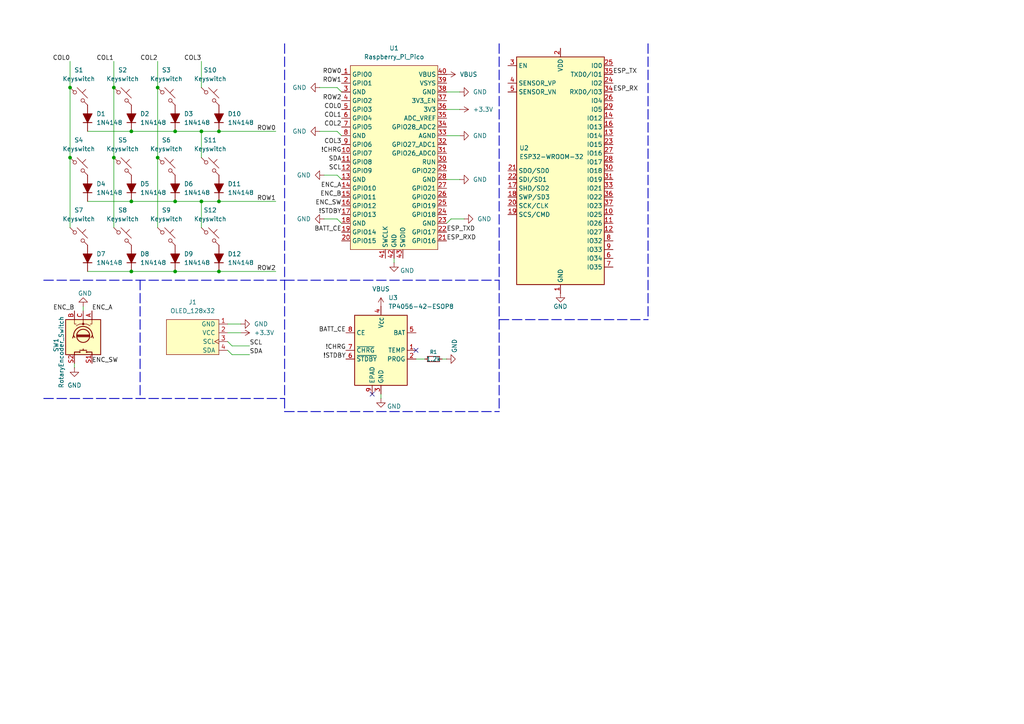
<source format=kicad_sch>
(kicad_sch (version 20250114) (generator "eeschema") (generator_version "9.0")
  (paper "A4")
  (lib_symbols
    (symbol "Battery_Management:TP4056-42-ESOP8"
      (property "Reference" "U" (at -6.604 11.684 0))
      (property "Value" "TP4056-42-ESOP8" (at 10.16 11.684 0))
      (symbol "TP4056-42-ESOP8_1_0"
        (pin input line (at -10.16 5.08 0) (length 2.54) (name "CE") (number "8"))
        (pin open_collector line (at -10.16 0 0) (length 2.54) (name "~{CHRG}") (number "7"))
        (pin open_collector line (at -10.16 -2.54 0) (length 2.54) (name "~{STDBY}") (number "6"))
        (pin passive line (at -2.54 -12.7 90) (length 2.54) (name "EPAD") (number "9"))
        (pin power_in line (at 0 12.7 270) (length 2.54) (name "V_{CC}") (number "4"))
        (pin power_in line (at 0 -12.7 90) (length 2.54) (name "GND") (number "3"))
        (pin power_out line (at 10.16 5.08 180) (length 2.54) (name "BAT") (number "5"))
        (pin input line (at 10.16 0 180) (length 2.54) (name "TEMP") (number "1"))
        (pin passive line (at 10.16 -2.54 180) (length 2.54) (name "PROG") (number "2"))
      )
      (symbol "TP4056-42-ESOP8_1_1"
        (rectangle (start -7.62 10.16) (end 7.62 -10.16) (stroke (width 0.254)) (fill (type background)))
      )
    )
    (symbol "Device:R_Small" (pin_numbers (hide yes)) (pin_names (offset 0.254) (hide yes))
      (property "Reference" "R" (at 0 0 90))
      (property "Value" "R_Small" (at 1.778 0 90))
      (symbol "R_Small_0_1"
        (rectangle (start -0.762 1.778) (end 0.762 -1.778) (stroke (width 0.2032)))
      )
      (symbol "R_Small_1_1"
        (pin passive line (at 0 2.54 270) (length 0.762) (name "~") (number "1"))
        (pin passive line (at 0 -2.54 90) (length 0.762) (name "~") (number "2"))
      )
    )
    (symbol "Device:RotaryEncoder_Switch" (pin_names (offset 0.254) (hide yes))
      (property "Reference" "SW" (at 0 6.604 0))
      (property "Value" "RotaryEncoder_Switch" (at 0 -6.604 0))
      (symbol "RotaryEncoder_Switch_0_1"
        (rectangle (start -5.08 5.08) (end 5.08 -5.08) (stroke (width 0.254)) (fill (type background)))
        (polyline (pts (xy -5.08 2.54) (xy -3.81 2.54) (xy -3.81 2.032)))
        (polyline (pts (xy -5.08 0) (xy -3.81 0) (xy -3.81 -1.016) (xy -3.302 -2.032)))
        (polyline (pts (xy -5.08 -2.54) (xy -3.81 -2.54) (xy -3.81 -2.032)))
        (polyline (pts (xy -4.318 0) (xy -3.81 0) (xy -3.81 1.016) (xy -3.302 2.032)))
        (circle (center -3.81 0) (radius 0.254) (fill (type outline)))
        (polyline (pts (xy -0.635 -1.778) (xy -0.635 1.778)) (stroke (width 0.254)))
        (circle (center -0.381 0) (radius 1.905) (stroke (width 0.254)))
        (polyline (pts (xy -0.381 -1.778) (xy -0.381 1.778)) (stroke (width 0.254)))
        (arc (start -0.381 -2.794) (mid -3.0988 -0.0635) (end -0.381 2.667) (stroke (width 0.254)))
        (polyline (pts (xy -0.127 1.778) (xy -0.127 -1.778)) (stroke (width 0.254)))
        (polyline (pts (xy 0.254 2.921) (xy -0.508 2.667) (xy 0.127 2.286)) (stroke (width 0.254)))
        (polyline (pts (xy 0.254 -3.048) (xy -0.508 -2.794) (xy 0.127 -2.413)) (stroke (width 0.254)))
        (polyline (pts (xy 3.81 1.016) (xy 3.81 -1.016)) (stroke (width 0.254)))
        (polyline (pts (xy 3.81 0) (xy 3.429 0)) (stroke (width 0.254)))
        (circle (center 4.318 1.016) (radius 0.127) (stroke (width 0.254)))
        (circle (center 4.318 -1.016) (radius 0.127) (stroke (width 0.254)))
        (polyline (pts (xy 5.08 2.54) (xy 4.318 2.54) (xy 4.318 1.016)) (stroke (width 0.254)))
        (polyline (pts (xy 5.08 -2.54) (xy 4.318 -2.54) (xy 4.318 -1.016)) (stroke (width 0.254)))
      )
      (symbol "RotaryEncoder_Switch_1_1"
        (pin passive line (at -7.62 2.54 0) (length 2.54) (name "A") (number "A"))
        (pin passive line (at -7.62 0 0) (length 2.54) (name "C") (number "C"))
        (pin passive line (at -7.62 -2.54 0) (length 2.54) (name "B") (number "B"))
        (pin passive line (at 7.62 2.54 180) (length 2.54) (name "S1") (number "S1"))
        (pin passive line (at 7.62 -2.54 180) (length 2.54) (name "S2") (number "S2"))
      )
    )
    (symbol "PCM_Diode_AKL:1N4148" (pin_numbers (hide yes)) (pin_names (offset 1.016) (hide yes))
      (property "Reference" "D" (at 0 5.08 0))
      (property "Value" "1N4148" (at 0 2.54 0))
      (symbol "1N4148_0_1"
        (polyline (pts (xy -1.27 1.27) (xy -1.27 -1.27) (xy 1.27 0) (xy -1.27 1.27)) (stroke (width 0.254)) (fill (type outline)))
        (polyline (pts (xy -1.27 0) (xy 1.27 0)))
        (polyline (pts (xy 1.27 1.27) (xy 1.27 -1.27)) (stroke (width 0.254)))
      )
      (symbol "1N4148_0_2"
        (polyline (pts (xy -2.54 -2.54) (xy 2.54 2.54)))
        (polyline (pts (xy -0.889 -0.889) (xy -1.778 0) (xy 0.889 0.889) (xy 0 -1.778) (xy -0.889 -0.889)) (stroke (width 0.254)) (fill (type outline)))
        (polyline (pts (xy 0 1.778) (xy 1.778 0)) (stroke (width 0.254)))
      )
      (symbol "1N4148_1_1"
        (pin passive line (at -3.81 0 0) (length 2.54) (name "A") (number "2"))
        (pin passive line (at 3.81 0 180) (length 2.54) (name "K") (number "1"))
      )
      (symbol "1N4148_1_2"
        (pin passive line (at -2.54 -2.54 0) (length 0) (name "A") (number "2"))
        (pin passive line (at 2.54 2.54 180) (length 0) (name "K") (number "1"))
      )
    )
    (symbol "RF_Module:ESP32-WROOM-32"
      (property "Reference" "U" (at -12.7 34.29 0))
      (property "Value" "ESP32-WROOM-32" (at 1.27 34.29 0))
      (symbol "ESP32-WROOM-32_0_1"
        (rectangle (start -12.7 33.02) (end 12.7 -33.02) (stroke (width 0.254)) (fill (type background)))
      )
      (symbol "ESP32-WROOM-32_1_1"
        (pin input line (at -15.24 30.48 0) (length 2.54) (name "EN") (number "3"))
        (pin input line (at -15.24 25.4 0) (length 2.54) (name "SENSOR_VP") (number "4"))
        (pin input line (at -15.24 22.86 0) (length 2.54) (name "SENSOR_VN") (number "5"))
        (pin bidirectional line (at -15.24 0 0) (length 2.54) (name "SDO/SD0") (number "21"))
        (pin bidirectional line (at -15.24 -2.54 0) (length 2.54) (name "SDI/SD1") (number "22"))
        (pin bidirectional line (at -15.24 -5.08 0) (length 2.54) (name "SHD/SD2") (number "17"))
        (pin bidirectional line (at -15.24 -7.62 0) (length 2.54) (name "SWP/SD3") (number "18"))
        (pin bidirectional line (at -15.24 -10.16 0) (length 2.54) (name "SCK/CLK") (number "20"))
        (pin bidirectional line (at -15.24 -12.7 0) (length 2.54) (name "SCS/CMD") (number "19"))
        (pin no_connect line (at -12.7 -27.94 0) (length 2.54) (hide yes) (name "NC") (number "32"))
        (pin power_in line (at 0 35.56 270) (length 2.54) (name "VDD") (number "2"))
        (pin power_in line (at 0 -35.56 90) (length 2.54) (name "GND") (number "1"))
        (pin passive line (at 0 -35.56 90) (length 2.54) (hide yes) (name "GND") (number "15"))
        (pin passive line (at 0 -35.56 90) (length 2.54) (hide yes) (name "GND") (number "38"))
        (pin passive line (at 0 -35.56 90) (length 2.54) (hide yes) (name "GND") (number "39"))
        (pin bidirectional line (at 15.24 30.48 180) (length 2.54) (name "IO0") (number "25"))
        (pin bidirectional line (at 15.24 27.94 180) (length 2.54) (name "TXD0/IO1") (number "35"))
        (pin bidirectional line (at 15.24 25.4 180) (length 2.54) (name "IO2") (number "24"))
        (pin bidirectional line (at 15.24 22.86 180) (length 2.54) (name "RXD0/IO3") (number "34"))
        (pin bidirectional line (at 15.24 20.32 180) (length 2.54) (name "IO4") (number "26"))
        (pin bidirectional line (at 15.24 17.78 180) (length 2.54) (name "IO5") (number "29"))
        (pin bidirectional line (at 15.24 15.24 180) (length 2.54) (name "IO12") (number "14"))
        (pin bidirectional line (at 15.24 12.7 180) (length 2.54) (name "IO13") (number "16"))
        (pin bidirectional line (at 15.24 10.16 180) (length 2.54) (name "IO14") (number "13"))
        (pin bidirectional line (at 15.24 7.62 180) (length 2.54) (name "IO15") (number "23"))
        (pin bidirectional line (at 15.24 5.08 180) (length 2.54) (name "IO16") (number "27"))
        (pin bidirectional line (at 15.24 2.54 180) (length 2.54) (name "IO17") (number "28"))
        (pin bidirectional line (at 15.24 0 180) (length 2.54) (name "IO18") (number "30"))
        (pin bidirectional line (at 15.24 -2.54 180) (length 2.54) (name "IO19") (number "31"))
        (pin bidirectional line (at 15.24 -5.08 180) (length 2.54) (name "IO21") (number "33"))
        (pin bidirectional line (at 15.24 -7.62 180) (length 2.54) (name "IO22") (number "36"))
        (pin bidirectional line (at 15.24 -10.16 180) (length 2.54) (name "IO23") (number "37"))
        (pin bidirectional line (at 15.24 -12.7 180) (length 2.54) (name "IO25") (number "10"))
        (pin bidirectional line (at 15.24 -15.24 180) (length 2.54) (name "IO26") (number "11"))
        (pin bidirectional line (at 15.24 -17.78 180) (length 2.54) (name "IO27") (number "12"))
        (pin bidirectional line (at 15.24 -20.32 180) (length 2.54) (name "IO32") (number "8"))
        (pin bidirectional line (at 15.24 -22.86 180) (length 2.54) (name "IO33") (number "9"))
        (pin input line (at 15.24 -25.4 180) (length 2.54) (name "IO34") (number "6"))
        (pin input line (at 15.24 -27.94 180) (length 2.54) (name "IO35") (number "7"))
      )
    )
    (symbol "ScottoKeebs:MCU_Raspberry_Pi_Pico"
      (property "Reference" "U" (at 0 0 0))
      (property "Value" "Raspberry_Pi_Pico" (at 0 27.94 0))
      (symbol "MCU_Raspberry_Pi_Pico_0_1"
        (rectangle (start -12.7 26.67) (end 12.7 -26.67) (fill (type background)))
      )
      (symbol "MCU_Raspberry_Pi_Pico_1_1"
        (pin bidirectional line (at -15.24 24.13 0) (length 2.54) (name "GPIO0") (number "1"))
        (pin bidirectional line (at -15.24 21.59 0) (length 2.54) (name "GPIO1") (number "2"))
        (pin power_in line (at -15.24 19.05 0) (length 2.54) (name "GND") (number "3"))
        (pin bidirectional line (at -15.24 16.51 0) (length 2.54) (name "GPIO2") (number "4"))
        (pin bidirectional line (at -15.24 13.97 0) (length 2.54) (name "GPIO3") (number "5"))
        (pin bidirectional line (at -15.24 11.43 0) (length 2.54) (name "GPIO4") (number "6"))
        (pin bidirectional line (at -15.24 8.89 0) (length 2.54) (name "GPIO5") (number "7"))
        (pin power_in line (at -15.24 6.35 0) (length 2.54) (name "GND") (number "8"))
        (pin bidirectional line (at -15.24 3.81 0) (length 2.54) (name "GPIO6") (number "9"))
        (pin bidirectional line (at -15.24 1.27 0) (length 2.54) (name "GPIO7") (number "10"))
        (pin bidirectional line (at -15.24 -1.27 0) (length 2.54) (name "GPIO8") (number "11"))
        (pin bidirectional line (at -15.24 -3.81 0) (length 2.54) (name "GPIO9") (number "12"))
        (pin power_in line (at -15.24 -6.35 0) (length 2.54) (name "GND") (number "13"))
        (pin bidirectional line (at -15.24 -8.89 0) (length 2.54) (name "GPIO10") (number "14"))
        (pin bidirectional line (at -15.24 -11.43 0) (length 2.54) (name "GPIO11") (number "15"))
        (pin bidirectional line (at -15.24 -13.97 0) (length 2.54) (name "GPIO12") (number "16"))
        (pin bidirectional line (at -15.24 -16.51 0) (length 2.54) (name "GPIO13") (number "17"))
        (pin power_in line (at -15.24 -19.05 0) (length 2.54) (name "GND") (number "18"))
        (pin bidirectional line (at -15.24 -21.59 0) (length 2.54) (name "GPIO14") (number "19"))
        (pin bidirectional line (at -15.24 -24.13 0) (length 2.54) (name "GPIO15") (number "20"))
        (pin input line (at -2.54 -29.21 90) (length 2.54) (name "SWCLK") (number "41"))
        (pin power_in line (at 0 -29.21 90) (length 2.54) (name "GND") (number "42"))
        (pin bidirectional line (at 2.54 -29.21 90) (length 2.54) (name "SWDIO") (number "43"))
        (pin power_in line (at 15.24 24.13 180) (length 2.54) (name "VBUS") (number "40"))
        (pin power_in line (at 15.24 21.59 180) (length 2.54) (name "VSYS") (number "39"))
        (pin bidirectional line (at 15.24 19.05 180) (length 2.54) (name "GND") (number "38"))
        (pin input line (at 15.24 16.51 180) (length 2.54) (name "3V3_EN") (number "37"))
        (pin power_in line (at 15.24 13.97 180) (length 2.54) (name "3V3") (number "36"))
        (pin power_in line (at 15.24 11.43 180) (length 2.54) (name "ADC_VREF") (number "35"))
        (pin bidirectional line (at 15.24 8.89 180) (length 2.54) (name "GPIO28_ADC2") (number "34"))
        (pin power_in line (at 15.24 6.35 180) (length 2.54) (name "AGND") (number "33"))
        (pin bidirectional line (at 15.24 3.81 180) (length 2.54) (name "GPIO27_ADC1") (number "32"))
        (pin bidirectional line (at 15.24 1.27 180) (length 2.54) (name "GPIO26_ADC0") (number "31"))
        (pin input line (at 15.24 -1.27 180) (length 2.54) (name "RUN") (number "30"))
        (pin bidirectional line (at 15.24 -3.81 180) (length 2.54) (name "GPIO22") (number "29"))
        (pin power_in line (at 15.24 -6.35 180) (length 2.54) (name "GND") (number "28"))
        (pin bidirectional line (at 15.24 -8.89 180) (length 2.54) (name "GPIO21") (number "27"))
        (pin bidirectional line (at 15.24 -11.43 180) (length 2.54) (name "GPIO20") (number "26"))
        (pin bidirectional line (at 15.24 -13.97 180) (length 2.54) (name "GPIO19") (number "25"))
        (pin bidirectional line (at 15.24 -16.51 180) (length 2.54) (name "GPIO18") (number "24"))
        (pin power_in line (at 15.24 -19.05 180) (length 2.54) (name "GND") (number "23"))
        (pin bidirectional line (at 15.24 -21.59 180) (length 2.54) (name "GPIO17") (number "22"))
        (pin bidirectional line (at 15.24 -24.13 180) (length 2.54) (name "GPIO16") (number "21"))
      )
    )
    (symbol "ScottoKeebs:OLED_128x32" (pin_names (offset 1.016))
      (property "Reference" "J" (at 0 -6.35 0))
      (property "Value" "OLED_128x32" (at 0 6.35 0))
      (symbol "OLED_128x32_0_1"
        (rectangle (start 0 5.08) (end 15.24 -5.08) (fill (type background)))
      )
      (symbol "OLED_128x32_1_1"
        (pin bidirectional line (at -2.54 3.81 0) (length 2.54) (name "SDA") (number "4"))
        (pin input clock (at -2.54 1.27 0) (length 2.54) (name "SCL") (number "3"))
        (pin power_in line (at -2.54 -1.27 0) (length 2.54) (name "VCC") (number "2"))
        (pin power_in line (at -2.54 -3.81 0) (length 2.54) (name "GND") (number "1"))
      )
    )
    (symbol "ScottoKeebs:Placeholder_Keyswitch" (pin_numbers (hide yes)) (pin_names (offset 1.016) (hide yes))
      (property "Reference" "S" (at 3.048 1.016 0))
      (property "Value" "Keyswitch" (at 0 -3.81 0))
      (symbol "Placeholder_Keyswitch_0_1"
        (polyline (pts (xy -2.54 2.54) (xy -1.524 1.524) (xy -1.524 1.524)))
        (circle (center -1.1684 1.1684) (radius 0.508))
        (polyline (pts (xy -0.508 2.54) (xy 2.54 -0.508)))
        (polyline (pts (xy 1.016 1.016) (xy 2.032 2.032)))
        (circle (center 1.143 -1.1938) (radius 0.508))
        (polyline (pts (xy 1.524 -1.524) (xy 2.54 -2.54) (xy 2.54 -2.54) (xy 2.54 -2.54)))
        (pin passive line (at -2.54 2.54 0) (length 0) (name "1") (number "1"))
        (pin passive line (at 2.54 -2.54 180) (length 0) (name "2") (number "2"))
      )
    )
    (symbol "power:+3.3V" (power) (pin_numbers (hide yes)) (pin_names (offset 0) (hide yes))
      (property "Value" "+3.3V" (at 0 3.556 0))
      (symbol "+3.3V_0_1"
        (polyline (pts (xy -0.762 1.27) (xy 0 2.54)))
        (polyline (pts (xy 0 2.54) (xy 0.762 1.27)))
        (polyline (pts (xy 0 0) (xy 0 2.54)))
      )
      (symbol "+3.3V_1_1"
        (pin power_in line (at 0 0 90) (length 0) (name "~") (number "1"))
      )
    )
    (symbol "power:GND" (power) (pin_numbers (hide yes)) (pin_names (offset 0) (hide yes))
      (property "Value" "GND" (at 0 -3.81 0))
      (symbol "GND_0_1"
        (polyline (pts (xy 0 0) (xy 0 -1.27) (xy 1.27 -1.27) (xy 0 -2.54) (xy -1.27 -1.27) (xy 0 -1.27)))
      )
      (symbol "GND_1_1"
        (pin power_in line (at 0 0 270) (length 0) (name "~") (number "1"))
      )
    )
    (symbol "power:VBUS" (power) (pin_numbers (hide yes)) (pin_names (offset 0) (hide yes))
      (property "Value" "VBUS" (at 0 3.556 0))
      (symbol "VBUS_0_1"
        (polyline (pts (xy -0.762 1.27) (xy 0 2.54)))
        (polyline (pts (xy 0 2.54) (xy 0.762 1.27)))
        (polyline (pts (xy 0 0) (xy 0 2.54)))
      )
      (symbol "VBUS_1_1"
        (pin power_in line (at 0 0 90) (length 0) (name "~") (number "1"))
      )
    )
  )
  (junction (at 33.02 25.4))
  (junction (at 20.32 25.4))
  (junction (at 45.72 45.72))
  (junction (at 50.8 38.1))
  (junction (at 20.32 45.72))
  (junction (at 63.5 38.1))
  (junction (at 58.42 58.42))
  (junction (at 50.8 58.42))
  (junction (at 38.1 38.1))
  (junction (at 38.1 78.74))
  (junction (at 38.1 58.42))
  (junction (at 50.8 78.74))
  (junction (at 33.02 45.72))
  (junction (at 45.72 25.4))
  (junction (at 58.42 38.1))
  (junction (at 63.5 78.74))
  (junction (at 63.5 58.42))
  (no_connect (at 120.65 101.6))
  (no_connect (at 107.95 114.3))
  (wire (pts (xy 93.98 63.5) (xy 97.79 63.5)))
  (wire (pts (xy 33.02 45.72) (xy 33.02 66.04)))
  (wire (pts (xy 92.71 38.1) (xy 97.79 38.1)))
  (polyline (pts (xy 82.55 12.7) (xy 82.55 81.28)) (stroke (width 0.254) (type dash)))
  (wire (pts (xy 120.65 104.14) (xy 123.19 104.14)))
  (wire (pts (xy 67.31 100.33) (xy 72.39 100.33)))
  (wire (pts (xy 63.5 78.74) (xy 50.8 78.74)))
  (wire (pts (xy 97.79 50.8) (xy 99.06 52.07)))
  (wire (pts (xy 25.4 38.1) (xy 38.1 38.1)))
  (wire (pts (xy 93.98 50.8) (xy 97.79 50.8)))
  (wire (pts (xy 80.01 58.42) (xy 63.5 58.42)))
  (wire (pts (xy 66.04 99.06) (xy 67.31 100.33)))
  (wire (pts (xy 45.72 45.72) (xy 45.72 66.04)))
  (wire (pts (xy 114.3 76.2) (xy 114.3 74.93)))
  (wire (pts (xy 133.35 52.07) (xy 129.54 52.07)))
  (wire (pts (xy 20.32 45.72) (xy 20.32 66.04)))
  (wire (pts (xy 66.04 96.52) (xy 69.85 96.52)))
  (wire (pts (xy 50.8 58.42) (xy 38.1 58.42)))
  (wire (pts (xy 58.42 58.42) (xy 50.8 58.42)))
  (wire (pts (xy 97.79 63.5) (xy 99.06 64.77)))
  (wire (pts (xy 33.02 17.78) (xy 33.02 25.4)))
  (wire (pts (xy 129.54 31.75) (xy 133.35 31.75)))
  (wire (pts (xy 97.79 38.1) (xy 99.06 39.37)))
  (wire (pts (xy 110.49 115.57) (xy 110.49 114.3)))
  (wire (pts (xy 45.72 17.78) (xy 45.72 25.4)))
  (polyline (pts (xy 187.96 12.7) (xy 187.96 92.71)) (stroke (width 0.254) (type dash)))
  (wire (pts (xy 38.1 58.42) (xy 25.4 58.42)))
  (wire (pts (xy 133.35 39.37) (xy 129.54 39.37)))
  (polyline (pts (xy 40.64 81.28) (xy 40.64 115.57)) (stroke (width 0.254) (type dash)))
  (wire (pts (xy 66.04 93.98) (xy 69.85 93.98)))
  (wire (pts (xy 24.13 90.17) (xy 24.13 88.9)))
  (wire (pts (xy 33.02 25.4) (xy 33.02 45.72)))
  (wire (pts (xy 133.35 26.67) (xy 129.54 26.67)))
  (wire (pts (xy 38.1 78.74) (xy 50.8 78.74)))
  (wire (pts (xy 130.81 63.5) (xy 134.62 63.5)))
  (wire (pts (xy 63.5 58.42) (xy 58.42 58.42)))
  (wire (pts (xy 129.54 64.77) (xy 130.81 63.5)))
  (wire (pts (xy 58.42 38.1) (xy 50.8 38.1)))
  (wire (pts (xy 92.71 25.4) (xy 97.79 25.4)))
  (wire (pts (xy 20.32 25.4) (xy 20.32 45.72)))
  (wire (pts (xy 67.31 102.87) (xy 72.39 102.87)))
  (polyline (pts (xy 12.7 81.28) (xy 82.55 81.28)) (stroke (width 0.254) (type dash)))
  (wire (pts (xy 129.54 104.14) (xy 128.27 104.14)))
  (polyline (pts (xy 144.78 12.7) (xy 144.78 81.28)) (stroke (width 0.254) (type dash)))
  (polyline (pts (xy 82.55 81.28) (xy 82.55 115.57)) (stroke (width 0.254) (type dash)))
  (polyline (pts (xy 144.78 81.28) (xy 144.78 92.71)) (stroke (width 0.254) (type dash)))
  (polyline (pts (xy 82.55 119.38) (xy 144.78 119.38)) (stroke (width 0.254) (type dash)))
  (wire (pts (xy 50.8 38.1) (xy 38.1 38.1)))
  (wire (pts (xy 80.01 38.1) (xy 63.5 38.1)))
  (polyline (pts (xy 12.7 115.57) (xy 82.55 115.57)) (stroke (width 0.254) (type dash)))
  (wire (pts (xy 80.01 78.74) (xy 63.5 78.74)))
  (polyline (pts (xy 82.55 81.28) (xy 144.78 81.28)) (stroke (width 0.254) (type dash)))
  (wire (pts (xy 58.42 58.42) (xy 58.42 66.04)))
  (polyline (pts (xy 144.78 92.71) (xy 187.96 92.71)) (stroke (width 0.254) (type dash)))
  (wire (pts (xy 21.59 106.68) (xy 21.59 105.41)))
  (wire (pts (xy 58.42 17.78) (xy 58.42 25.4)))
  (polyline (pts (xy 144.78 92.71) (xy 144.78 119.38)) (stroke (width 0.254) (type dash)))
  (wire (pts (xy 45.72 25.4) (xy 45.72 45.72)))
  (wire (pts (xy 63.5 38.1) (xy 58.42 38.1)))
  (wire (pts (xy 58.42 38.1) (xy 58.42 45.72)))
  (wire (pts (xy 66.04 101.6) (xy 67.31 102.87)))
  (wire (pts (xy 38.1 78.74) (xy 25.4 78.74)))
  (polyline (pts (xy 82.55 115.57) (xy 82.55 119.38)) (stroke (width 0.254) (type dash)))
  (wire (pts (xy 97.79 25.4) (xy 99.06 26.67)))
  (wire (pts (xy 20.32 17.78) (xy 20.32 25.4)))
  (label "ESP_RX" (at 177.8 26.67 0))
  (label "ENC_A" (at 99.06 54.61 180))
  (label "SCL" (at 99.06 49.53 180))
  (label "COL1" (at 99.06 34.29 180))
  (label "ROW2" (at 80.01 78.74 180))
  (label "COL0" (at 20.32 17.78 180))
  (label "COL0" (at 99.06 31.75 180))
  (label "!CHRG" (at 99.06 44.45 180))
  (label "!CHRG" (at 100.33 101.6 180))
  (label "ESP_RXD" (at 129.54 69.85 0))
  (label "BATT_CE" (at 99.06 67.31 180))
  (label "ENC_SW" (at 26.67 105.41 0))
  (label "ROW2" (at 99.06 29.21 180))
  (label "ESP_TX" (at 177.8 21.59 0))
  (label "ENC_B" (at 99.06 57.15 180))
  (label "COL3" (at 99.06 41.91 180))
  (label "!STDBY" (at 99.06 62.23 180))
  (label "ROW0" (at 99.06 21.59 180))
  (label "COL1" (at 33.02 17.78 180))
  (label "COL3" (at 58.42 17.78 180))
  (label "ROW1" (at 99.06 24.13 180))
  (label "COL2" (at 99.06 36.83 180))
  (label "SDA" (at 72.39 102.87 0))
  (label "BATT_CE" (at 100.33 96.52 180))
  (label "ROW0" (at 80.01 38.1 180))
  (label "ENC_SW" (at 99.06 59.69 180))
  (label "ENC_A" (at 26.67 90.17 0))
  (label "ROW1" (at 80.01 58.42 180))
  (label "ENC_B" (at 21.59 90.17 180))
  (label "ESP_TXD" (at 129.54 67.31 0))
  (label "!STDBY" (at 100.33 104.14 180))
  (label "SDA" (at 99.06 46.99 180))
  (label "COL2" (at 45.72 17.78 180))
  (label "SCL" (at 72.39 100.33 0))
  (symbol (lib_id "power:GND") (at 110.49 115.57 0) (unit 1)
    (property "Reference" "#PWR016" (effects (hide yes)))
    (property "Value" "GND" (at 116.332 117.856 0) (effects (justify right)))
    (property "Description" "Power symbol creates a global label with name \"GND\" , ground" (effects (hide yes)))
  )
  (symbol (lib_id "power:GND") (at 129.54 104.14 90) (unit 1)
    (property "Reference" "#PWR019" (effects (hide yes)))
    (property "Value" "GND" (at 131.826 98.298 0) (effects (justify right)))
    (property "Description" "Power symbol creates a global label with name \"GND\" , ground" (effects (hide yes)))
  )
  (symbol (lib_id "PCM_Diode_AKL:1N4148") (at 63.5 34.29 270) (unit 1)
    (property "Reference" "D10" (at 66.04 33.0199 90) (effects (justify left)))
    (property "Value" "1N4148" (at 66.04 35.5599 90) (effects (justify left)))
    (property "Footprint" "PCM_Diode_THT_AKL:D_DO-35_SOD27_P7.62mm_Horizontal" (effects (hide yes)))
    (property "Datasheet" "https://datasheet.octopart.com/1N4148TR-ON-Semiconductor-datasheet-42765246.pdf" (effects (hide yes)))
    (property "Description" "DO-35 Diode, Small Signal, Fast Switching, 75V, 150mA, 4ns, Alternate KiCad Library" (effects (hide yes)))
  )
  (symbol (lib_id "power:GND") (at 92.71 38.1 270) (unit 1)
    (property "Reference" "#PWR03" (effects (hide yes)))
    (property "Value" "GND" (at 88.9 38.0999 90) (effects (justify right)))
    (property "Description" "Power symbol creates a global label with name \"GND\" , ground" (effects (hide yes)))
  )
  (symbol (lib_id "power:GND") (at 133.35 39.37 90) (unit 1)
    (property "Reference" "#PWR08" (effects (hide yes)))
    (property "Value" "GND" (at 137.16 39.3701 90) (effects (justify right)))
    (property "Description" "Power symbol creates a global label with name \"GND\" , ground" (effects (hide yes)))
  )
  (symbol (lib_id "power:VBUS") (at 129.54 21.59 270) (unit 1)
    (property "Reference" "#PWR018" (effects (hide yes)))
    (property "Value" "VBUS" (at 133.35 21.5899 90) (effects (justify left)))
    (property "Description" "Power symbol creates a global label with name \"VBUS\"" (effects (hide yes)))
  )
  (symbol (lib_id "PCM_Diode_AKL:1N4148") (at 38.1 34.29 270) (unit 1)
    (property "Reference" "D2" (at 40.64 33.0199 90) (effects (justify left)))
    (property "Value" "1N4148" (at 40.64 35.5599 90) (effects (justify left)))
    (property "Footprint" "PCM_Diode_THT_AKL:D_DO-35_SOD27_P7.62mm_Horizontal" (effects (hide yes)))
    (property "Datasheet" "https://datasheet.octopart.com/1N4148TR-ON-Semiconductor-datasheet-42765246.pdf" (effects (hide yes)))
    (property "Description" "DO-35 Diode, Small Signal, Fast Switching, 75V, 150mA, 4ns, Alternate KiCad Library" (effects (hide yes)))
  )
  (symbol (lib_id "ScottoKeebs:Placeholder_Keyswitch") (at 35.56 27.94 0) (unit 1)
    (property "Reference" "S2" (at 35.56 20.32 0))
    (property "Value" "Keyswitch" (at 35.56 22.86 0))
    (property "Footprint" "ScottoKeebs_Hotswap:Hotswap_MX_1.00u" (effects (hide yes)))
    (property "Description" "Push button switch, normally open, two pins, 45° tilted" (effects (hide yes)))
  )
  (symbol (lib_id "ScottoKeebs:Placeholder_Keyswitch") (at 48.26 27.94 0) (unit 1)
    (property "Reference" "S3" (at 48.26 20.32 0))
    (property "Value" "Keyswitch" (at 48.26 22.86 0))
    (property "Footprint" "ScottoKeebs_Hotswap:Hotswap_MX_1.00u" (effects (hide yes)))
    (property "Description" "Push button switch, normally open, two pins, 45° tilted" (effects (hide yes)))
  )
  (symbol (lib_id "power:GND") (at 69.85 93.98 90) (unit 1)
    (property "Reference" "#PWR01" (effects (hide yes)))
    (property "Value" "GND" (at 73.66 93.9799 90) (effects (justify right)))
    (property "Description" "Power symbol creates a global label with name \"GND\" , ground" (effects (hide yes)))
  )
  (symbol (lib_id "ScottoKeebs:Placeholder_Keyswitch") (at 48.26 68.58 0) (unit 1)
    (property "Reference" "S9" (at 48.26 60.96 0))
    (property "Value" "Keyswitch" (at 48.26 63.5 0))
    (property "Footprint" "ScottoKeebs_Hotswap:Hotswap_MX_1.00u" (effects (hide yes)))
    (property "Description" "Push button switch, normally open, two pins, 45° tilted" (effects (hide yes)))
  )
  (symbol (lib_id "PCM_Diode_AKL:1N4148") (at 50.8 74.93 270) (unit 1)
    (property "Reference" "D9" (at 53.34 73.6599 90) (effects (justify left)))
    (property "Value" "1N4148" (at 53.34 76.1999 90) (effects (justify left)))
    (property "Footprint" "PCM_Diode_THT_AKL:D_DO-35_SOD27_P7.62mm_Horizontal" (effects (hide yes)))
    (property "Datasheet" "https://datasheet.octopart.com/1N4148TR-ON-Semiconductor-datasheet-42765246.pdf" (effects (hide yes)))
    (property "Description" "DO-35 Diode, Small Signal, Fast Switching, 75V, 150mA, 4ns, Alternate KiCad Library" (effects (hide yes)))
  )
  (symbol (lib_id "ScottoKeebs:Placeholder_Keyswitch") (at 22.86 27.94 0) (unit 1)
    (property "Reference" "S1" (at 22.86 20.32 0))
    (property "Value" "Keyswitch" (at 22.86 22.86 0))
    (property "Footprint" "ScottoKeebs_Hotswap:Hotswap_MX_1.00u" (effects (hide yes)))
    (property "Description" "Push button switch, normally open, two pins, 45° tilted" (effects (hide yes)))
  )
  (symbol (lib_id "power:GND") (at 93.98 63.5 270) (unit 1)
    (property "Reference" "#PWR05" (effects (hide yes)))
    (property "Value" "GND" (at 90.17 63.4999 90) (effects (justify right)))
    (property "Description" "Power symbol creates a global label with name \"GND\" , ground" (effects (hide yes)))
  )
  (symbol (lib_id "ScottoKeebs:Placeholder_Keyswitch") (at 35.56 48.26 0) (unit 1)
    (property "Reference" "S5" (at 35.56 40.64 0))
    (property "Value" "Keyswitch" (at 35.56 43.18 0))
    (property "Footprint" "ScottoKeebs_Hotswap:Hotswap_MX_1.00u" (effects (hide yes)))
    (property "Description" "Push button switch, normally open, two pins, 45° tilted" (effects (hide yes)))
  )
  (symbol (lib_id "Device:RotaryEncoder_Switch") (at 24.13 97.79 270) (unit 1)
    (property "Reference" "SW1" (at 16.256 98.044 0) (effects (justify left)))
    (property "Value" "RotaryEncoder_Switch" (at 17.78 91.694 0) (effects (justify left)))
    (property "Footprint" "ScottoKeebs_Scotto:Encoder_EC11_MX" (effects (hide yes)))
    (property "Description" "Rotary encoder, dual channel, incremental quadrate outputs, with switch" (effects (hide yes)))
  )
  (symbol (lib_id "power:GND") (at 114.3 76.2 0) (unit 1)
    (property "Reference" "#PWR014" (effects (hide yes)))
    (property "Value" "GND" (at 120.142 78.486 0) (effects (justify right)))
    (property "Description" "Power symbol creates a global label with name \"GND\" , ground" (effects (hide yes)))
  )
  (symbol (lib_id "ScottoKeebs:OLED_128x32") (at 63.5 97.79 180) (unit 1)
    (property "Reference" "J1" (at 55.88 87.63 0))
    (property "Value" "OLED_128x32" (at 55.88 90.17 0))
    (property "Footprint" "ScottoKeebs_Components:OLED_128x32" (effects (hide yes)))
  )
  (symbol (lib_id "PCM_Diode_AKL:1N4148") (at 25.4 74.93 270) (unit 1)
    (property "Reference" "D7" (at 27.94 73.6599 90) (effects (justify left)))
    (property "Value" "1N4148" (at 27.94 76.1999 90) (effects (justify left)))
    (property "Footprint" "PCM_Diode_THT_AKL:D_DO-35_SOD27_P7.62mm_Horizontal" (effects (hide yes)))
    (property "Datasheet" "https://datasheet.octopart.com/1N4148TR-ON-Semiconductor-datasheet-42765246.pdf" (effects (hide yes)))
    (property "Description" "DO-35 Diode, Small Signal, Fast Switching, 75V, 150mA, 4ns, Alternate KiCad Library" (effects (hide yes)))
  )
  (symbol (lib_id "PCM_Diode_AKL:1N4148") (at 38.1 74.93 270) (unit 1)
    (property "Reference" "D8" (at 40.64 73.6599 90) (effects (justify left)))
    (property "Value" "1N4148" (at 40.64 76.1999 90) (effects (justify left)))
    (property "Footprint" "PCM_Diode_THT_AKL:D_DO-35_SOD27_P7.62mm_Horizontal" (effects (hide yes)))
    (property "Datasheet" "https://datasheet.octopart.com/1N4148TR-ON-Semiconductor-datasheet-42765246.pdf" (effects (hide yes)))
    (property "Description" "DO-35 Diode, Small Signal, Fast Switching, 75V, 150mA, 4ns, Alternate KiCad Library" (effects (hide yes)))
  )
  (symbol (lib_id "ScottoKeebs:Placeholder_Keyswitch") (at 48.26 48.26 0) (unit 1)
    (property "Reference" "S6" (at 48.26 40.64 0))
    (property "Value" "Keyswitch" (at 48.26 43.18 0))
    (property "Footprint" "ScottoKeebs_Hotswap:Hotswap_MX_1.00u" (effects (hide yes)))
    (property "Description" "Push button switch, normally open, two pins, 45° tilted" (effects (hide yes)))
  )
  (symbol (lib_id "ScottoKeebs:Placeholder_Keyswitch") (at 22.86 48.26 0) (unit 1)
    (property "Reference" "S4" (at 22.86 40.64 0))
    (property "Value" "Keyswitch" (at 22.86 43.18 0))
    (property "Footprint" "ScottoKeebs_Hotswap:Hotswap_MX_1.00u" (effects (hide yes)))
    (property "Description" "Push button switch, normally open, two pins, 45° tilted" (effects (hide yes)))
  )
  (symbol (lib_id "ScottoKeebs:Placeholder_Keyswitch") (at 60.96 48.26 0) (unit 1)
    (property "Reference" "S11" (at 60.96 40.64 0))
    (property "Value" "Keyswitch" (at 60.96 43.18 0))
    (property "Footprint" "ScottoKeebs_Hotswap:Hotswap_MX_1.00u" (effects (hide yes)))
    (property "Description" "Push button switch, normally open, two pins, 45° tilted" (effects (hide yes)))
  )
  (symbol (lib_id "ScottoKeebs:Placeholder_Keyswitch") (at 60.96 27.94 0) (unit 1)
    (property "Reference" "S10" (at 60.96 20.32 0))
    (property "Value" "Keyswitch" (at 60.96 22.86 0))
    (property "Footprint" "ScottoKeebs_Hotswap:Hotswap_MX_1.00u" (effects (hide yes)))
    (property "Description" "Push button switch, normally open, two pins, 45° tilted" (effects (hide yes)))
  )
  (symbol (lib_id "Battery_Management:TP4056-42-ESOP8") (at 110.49 101.6 0) (unit 1)
    (property "Reference" "U3" (at 112.6333 86.36 0) (effects (justify left)))
    (property "Value" "TP4056-42-ESOP8" (at 112.6333 88.9 0) (effects (justify left)))
    (property "Footprint" "Package_SO:SOIC-8-1EP_3.9x4.9mm_P1.27mm_EP2.41x3.3mm_ThermalVias" (effects (hide yes)))
    (property "Datasheet" "https://www.lcsc.com/datasheet/lcsc_datasheet_2410121619_TOPPOWER-Nanjing-Extension-Microelectronics-TP4056-42-ESOP8_C16581.pdf" (effects (hide yes)))
    (property "Description" "1A Standalone Linear Li-ion/LiPo single-cell battery charger, 4.2V ±1% charge voltage, VCC = 4.0..8.0V, SOIC-8 (SOP-8)" (effects (hide yes)))
  )
  (symbol (lib_id "RF_Module:ESP32-WROOM-32") (at 162.56 49.53 0) (unit 1)
    (property "Reference" "U2" (at 150.622 42.926 0) (effects (justify left)))
    (property "Value" "ESP32-WROOM-32" (at 150.622 45.466 0) (effects (justify left)))
    (property "Footprint" "RF_Module:ESP32-WROOM-32" (effects (hide yes)))
    (property "Datasheet" "https://www.espressif.com/sites/default/files/documentation/esp32-wroom-32_datasheet_en.pdf" (effects (hide yes)))
    (property "Description" "RF Module, ESP32-D0WDQ6 SoC, Wi-Fi 802.11b/g/n, Bluetooth, BLE, 32-bit, 2.7-3.6V, onboard antenna, SMD" (effects (hide yes)))
  )
  (symbol (lib_id "power:GND") (at 93.98 50.8 270) (unit 1)
    (property "Reference" "#PWR04" (effects (hide yes)))
    (property "Value" "GND" (at 90.17 50.7999 90) (effects (justify right)))
    (property "Description" "Power symbol creates a global label with name \"GND\" , ground" (effects (hide yes)))
  )
  (symbol (lib_id "power:GND") (at 162.56 85.09 0) (unit 1)
    (property "Reference" "#PWR015" (effects (hide yes)))
    (property "Value" "GND" (at 164.592 88.9 0) (effects (justify right)))
    (property "Description" "Power symbol creates a global label with name \"GND\" , ground" (effects (hide yes)))
  )
  (symbol (lib_id "PCM_Diode_AKL:1N4148") (at 25.4 34.29 270) (unit 1)
    (property "Reference" "D1" (at 27.94 33.0199 90) (effects (justify left)))
    (property "Value" "1N4148" (at 27.94 35.5599 90) (effects (justify left)))
    (property "Footprint" "PCM_Diode_THT_AKL:D_DO-35_SOD27_P7.62mm_Horizontal" (effects (hide yes)))
    (property "Datasheet" "https://datasheet.octopart.com/1N4148TR-ON-Semiconductor-datasheet-42765246.pdf" (effects (hide yes)))
    (property "Description" "DO-35 Diode, Small Signal, Fast Switching, 75V, 150mA, 4ns, Alternate KiCad Library" (effects (hide yes)))
  )
  (symbol (lib_id "ScottoKeebs:Placeholder_Keyswitch") (at 22.86 68.58 0) (unit 1)
    (property "Reference" "S7" (at 22.86 60.96 0))
    (property "Value" "Keyswitch" (at 22.86 63.5 0))
    (property "Footprint" "ScottoKeebs_Hotswap:Hotswap_MX_1.00u" (effects (hide yes)))
    (property "Description" "Push button switch, normally open, two pins, 45° tilted" (effects (hide yes)))
  )
  (symbol (lib_id "power:GND") (at 24.13 88.9 180) (unit 1)
    (property "Reference" "#PWR013" (effects (hide yes)))
    (property "Value" "GND" (at 22.606 85.09 0) (effects (justify right)))
    (property "Description" "Power symbol creates a global label with name \"GND\" , ground" (effects (hide yes)))
  )
  (symbol (lib_id "PCM_Diode_AKL:1N4148") (at 38.1 54.61 270) (unit 1)
    (property "Reference" "D5" (at 40.64 53.3399 90) (effects (justify left)))
    (property "Value" "1N4148" (at 40.64 55.8799 90) (effects (justify left)))
    (property "Footprint" "PCM_Diode_THT_AKL:D_DO-35_SOD27_P7.62mm_Horizontal" (effects (hide yes)))
    (property "Datasheet" "https://datasheet.octopart.com/1N4148TR-ON-Semiconductor-datasheet-42765246.pdf" (effects (hide yes)))
    (property "Description" "DO-35 Diode, Small Signal, Fast Switching, 75V, 150mA, 4ns, Alternate KiCad Library" (effects (hide yes)))
  )
  (symbol (lib_id "ScottoKeebs:Placeholder_Keyswitch") (at 60.96 68.58 0) (unit 1)
    (property "Reference" "S12" (at 60.96 60.96 0))
    (property "Value" "Keyswitch" (at 60.96 63.5 0))
    (property "Footprint" "ScottoKeebs_Hotswap:Hotswap_MX_1.00u" (effects (hide yes)))
    (property "Description" "Push button switch, normally open, two pins, 45° tilted" (effects (hide yes)))
  )
  (symbol (lib_id "power:GND") (at 92.71 25.4 270) (unit 1)
    (property "Reference" "#PWR06" (effects (hide yes)))
    (property "Value" "GND" (at 88.9 25.3999 90) (effects (justify right)))
    (property "Description" "Power symbol creates a global label with name \"GND\" , ground" (effects (hide yes)))
  )
  (symbol (lib_id "Device:R_Small") (at 125.73 104.14 90) (unit 1)
    (property "Reference" "R1" (at 125.73 102.108 90) (effects (font (size 1.016 1.016))))
    (property "Value" "1.2k" (at 125.73 104.14 90))
    (property "Footprint" "Resistor_THT:R_Axial_DIN0204_L3.6mm_D1.6mm_P7.62mm_Horizontal" (effects (hide yes)))
    (property "Description" "Resistor, small symbol" (effects (hide yes)))
  )
  (symbol (lib_id "power:GND") (at 133.35 52.07 90) (unit 1)
    (property "Reference" "#PWR09" (effects (hide yes)))
    (property "Value" "GND" (at 137.16 52.0701 90) (effects (justify right)))
    (property "Description" "Power symbol creates a global label with name \"GND\" , ground" (effects (hide yes)))
  )
  (symbol (lib_id "power:+3.3V") (at 133.35 31.75 270) (unit 1)
    (property "Reference" "#PWR012" (effects (hide yes)))
    (property "Value" "+3.3V" (at 137.16 31.7499 90) (effects (justify left)))
    (property "Description" "Power symbol creates a global label with name \"+3.3V\"" (effects (hide yes)))
  )
  (symbol (lib_id "PCM_Diode_AKL:1N4148") (at 25.4 54.61 270) (unit 1)
    (property "Reference" "D4" (at 27.94 53.3399 90) (effects (justify left)))
    (property "Value" "1N4148" (at 27.94 55.8799 90) (effects (justify left)))
    (property "Footprint" "PCM_Diode_THT_AKL:D_DO-35_SOD27_P7.62mm_Horizontal" (effects (hide yes)))
    (property "Datasheet" "https://datasheet.octopart.com/1N4148TR-ON-Semiconductor-datasheet-42765246.pdf" (effects (hide yes)))
    (property "Description" "DO-35 Diode, Small Signal, Fast Switching, 75V, 150mA, 4ns, Alternate KiCad Library" (effects (hide yes)))
  )
  (symbol (lib_id "ScottoKeebs:MCU_Raspberry_Pi_Pico") (at 114.3 45.72 0) (unit 1)
    (property "Reference" "U1" (at 114.3 13.97 0))
    (property "Value" "Raspberry_Pi_Pico" (at 114.3 16.51 0))
    (property "Footprint" "ScottoKeebs_MCU:Raspberry_Pi_Pico" (effects (hide yes)))
  )
  (symbol (lib_id "power:GND") (at 134.62 63.5 90) (unit 1)
    (property "Reference" "#PWR010" (effects (hide yes)))
    (property "Value" "GND" (at 138.43 63.5001 90) (effects (justify right)))
    (property "Description" "Power symbol creates a global label with name \"GND\" , ground" (effects (hide yes)))
  )
  (symbol (lib_id "power:VBUS") (at 110.49 88.9 0) (unit 1)
    (property "Reference" "#PWR017" (effects (hide yes)))
    (property "Value" "VBUS" (at 110.49 83.82 0))
    (property "Description" "Power symbol creates a global label with name \"VBUS\"" (effects (hide yes)))
  )
  (symbol (lib_id "PCM_Diode_AKL:1N4148") (at 63.5 74.93 270) (unit 1)
    (property "Reference" "D12" (at 66.04 73.6599 90) (effects (justify left)))
    (property "Value" "1N4148" (at 66.04 76.1999 90) (effects (justify left)))
    (property "Footprint" "PCM_Diode_THT_AKL:D_DO-35_SOD27_P7.62mm_Horizontal" (effects (hide yes)))
    (property "Datasheet" "https://datasheet.octopart.com/1N4148TR-ON-Semiconductor-datasheet-42765246.pdf" (effects (hide yes)))
    (property "Description" "DO-35 Diode, Small Signal, Fast Switching, 75V, 150mA, 4ns, Alternate KiCad Library" (effects (hide yes)))
  )
  (symbol (lib_id "PCM_Diode_AKL:1N4148") (at 63.5 54.61 270) (unit 1)
    (property "Reference" "D11" (at 66.04 53.3399 90) (effects (justify left)))
    (property "Value" "1N4148" (at 66.04 55.8799 90) (effects (justify left)))
    (property "Footprint" "PCM_Diode_THT_AKL:D_DO-35_SOD27_P7.62mm_Horizontal" (effects (hide yes)))
    (property "Datasheet" "https://datasheet.octopart.com/1N4148TR-ON-Semiconductor-datasheet-42765246.pdf" (effects (hide yes)))
    (property "Description" "DO-35 Diode, Small Signal, Fast Switching, 75V, 150mA, 4ns, Alternate KiCad Library" (effects (hide yes)))
  )
  (symbol (lib_id "PCM_Diode_AKL:1N4148") (at 50.8 54.61 270) (unit 1)
    (property "Reference" "D6" (at 53.34 53.3399 90) (effects (justify left)))
    (property "Value" "1N4148" (at 53.34 55.8799 90) (effects (justify left)))
    (property "Footprint" "PCM_Diode_THT_AKL:D_DO-35_SOD27_P7.62mm_Horizontal" (effects (hide yes)))
    (property "Datasheet" "https://datasheet.octopart.com/1N4148TR-ON-Semiconductor-datasheet-42765246.pdf" (effects (hide yes)))
    (property "Description" "DO-35 Diode, Small Signal, Fast Switching, 75V, 150mA, 4ns, Alternate KiCad Library" (effects (hide yes)))
  )
  (symbol (lib_id "power:+3.3V") (at 69.85 96.52 270) (unit 1)
    (property "Reference" "#PWR011" (effects (hide yes)))
    (property "Value" "+3.3V" (at 73.66 96.5199 90) (effects (justify left)))
    (property "Description" "Power symbol creates a global label with name \"+3.3V\"" (effects (hide yes)))
  )
  (symbol (lib_id "power:GND") (at 133.35 26.67 90) (unit 1)
    (property "Reference" "#PWR07" (effects (hide yes)))
    (property "Value" "GND" (at 137.16 26.6701 90) (effects (justify right)))
    (property "Description" "Power symbol creates a global label with name \"GND\" , ground" (effects (hide yes)))
  )
  (symbol (lib_id "PCM_Diode_AKL:1N4148") (at 50.8 34.29 270) (unit 1)
    (property "Reference" "D3" (at 53.34 33.0199 90) (effects (justify left)))
    (property "Value" "1N4148" (at 53.34 35.5599 90) (effects (justify left)))
    (property "Footprint" "PCM_Diode_THT_AKL:D_DO-35_SOD27_P7.62mm_Horizontal" (effects (hide yes)))
    (property "Datasheet" "https://datasheet.octopart.com/1N4148TR-ON-Semiconductor-datasheet-42765246.pdf" (effects (hide yes)))
    (property "Description" "DO-35 Diode, Small Signal, Fast Switching, 75V, 150mA, 4ns, Alternate KiCad Library" (effects (hide yes)))
  )
  (symbol (lib_id "ScottoKeebs:Placeholder_Keyswitch") (at 35.56 68.58 0) (unit 1)
    (property "Reference" "S8" (at 35.56 60.96 0))
    (property "Value" "Keyswitch" (at 35.56 63.5 0))
    (property "Footprint" "ScottoKeebs_Hotswap:Hotswap_MX_1.00u" (effects (hide yes)))
    (property "Description" "Push button switch, normally open, two pins, 45° tilted" (effects (hide yes)))
  )
  (symbol (lib_id "power:GND") (at 21.59 106.68 0) (unit 1)
    (property "Reference" "#PWR02" (effects (hide yes)))
    (property "Value" "GND" (at 21.59 111.76 0))
    (property "Description" "Power symbol creates a global label with name \"GND\" , ground" (effects (hide yes)))
  )
)
</source>
